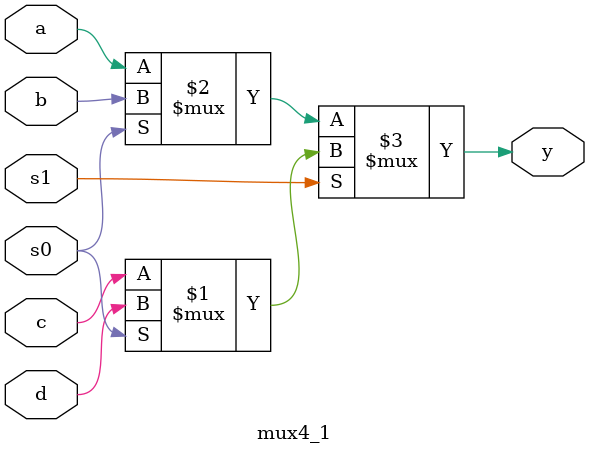
<source format=v>
`timescale 1ns / 1ps


module mux4_1(
    input a,b,c,d,s0,s1,
    output y
    );
    assign y=s1?(s0?d:c):(s0?b:a);
endmodule

</source>
